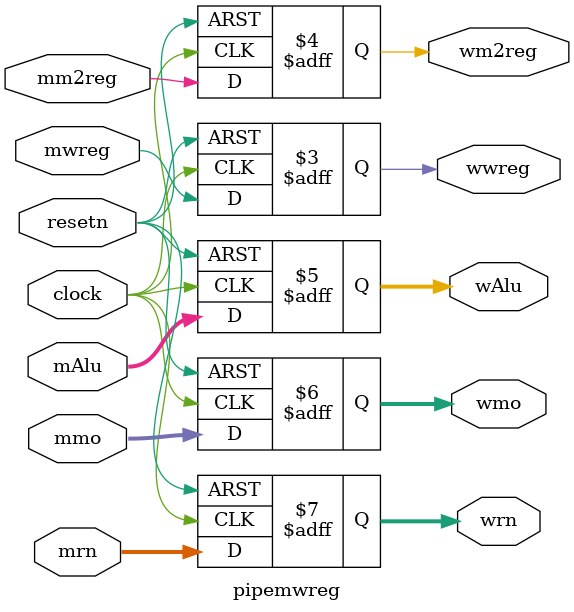
<source format=v>
module pipemwreg( mwreg,mm2reg,mmo,mAlu,mrn,clock,resetn,
							wwreg,wm2reg,wmo,wAlu,wrn); // MEM/WB 流水线寄存器
	input mwreg,mm2reg;
	input [31:0] mAlu,mmo;
	input [4:0] mrn;
	input clock,resetn;
	
	output reg wwreg,wm2reg;
	output reg [31:0] wAlu,wmo;
	output reg [4:0] wrn;
	
	always @(negedge resetn or posedge clock)
		if(resetn==0)
			begin
				wwreg<=0;
				wm2reg<=0;
				wAlu<=0;
				wmo<=0;
				wrn<=0;
			end
		else
			begin
				wwreg<=mwreg;
				wm2reg<=mm2reg;
				wAlu<=mAlu;
				wmo<=mmo;
				wrn<=mrn;
			end
endmodule
</source>
